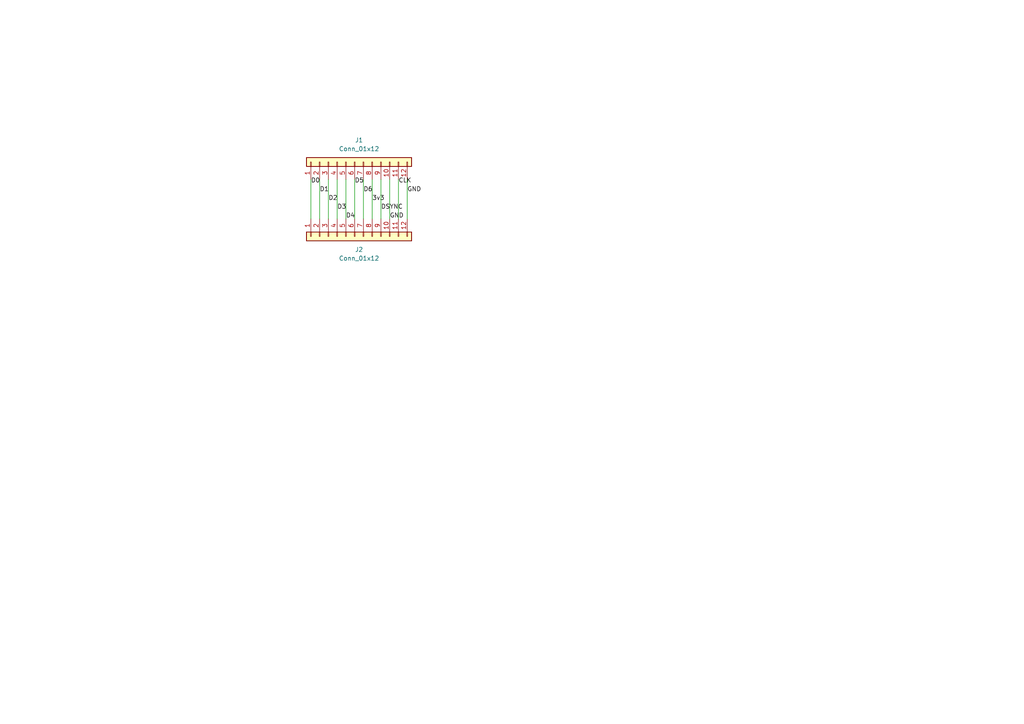
<source format=kicad_sch>
(kicad_sch (version 20230121) (generator eeschema)
  (paper "A4")
  (lib_symbols
    (symbol "Connector_Generic:Conn_01x12" (pin_names (offset 1.016) hide)
      (property "Reference" "J" (at 0 15.24 0))
      (property "Value" "Conn_01x12" (at 0 -17.78 0))
      (symbol "Conn_01x12_1_1"
        (rectangle (start -1.27 -15.113) (end 0 -15.367) (stroke (width 0.1524)))
        (rectangle (start -1.27 -12.573) (end 0 -12.827) (stroke (width 0.1524)))
        (rectangle (start -1.27 -10.033) (end 0 -10.287) (stroke (width 0.1524)))
        (rectangle (start -1.27 -7.493) (end 0 -7.747) (stroke (width 0.1524)))
        (rectangle (start -1.27 -4.953) (end 0 -5.207) (stroke (width 0.1524)))
        (rectangle (start -1.27 -2.413) (end 0 -2.667) (stroke (width 0.1524)))
        (rectangle (start -1.27 0.127) (end 0 -0.127) (stroke (width 0.1524)))
        (rectangle (start -1.27 2.667) (end 0 2.413) (stroke (width 0.1524)))
        (rectangle (start -1.27 5.207) (end 0 4.953) (stroke (width 0.1524)))
        (rectangle (start -1.27 7.747) (end 0 7.493) (stroke (width 0.1524)))
        (rectangle (start -1.27 10.287) (end 0 10.033) (stroke (width 0.1524)))
        (rectangle (start -1.27 12.827) (end 0 12.573) (stroke (width 0.1524)))
        (rectangle (start -1.27 13.97) (end 1.27 -16.51) (stroke (width 0.254)) (fill (type background)))
        (pin passive line (at -5.08 12.7 0) (length 3.81) (name "Pin_1") (number "1"))
        (pin passive line (at -5.08 -10.16 0) (length 3.81) (name "Pin_10") (number "10"))
        (pin passive line (at -5.08 -12.7 0) (length 3.81) (name "Pin_11") (number "11"))
        (pin passive line (at -5.08 -15.24 0) (length 3.81) (name "Pin_12") (number "12"))
        (pin passive line (at -5.08 10.16 0) (length 3.81) (name "Pin_2") (number "2"))
        (pin passive line (at -5.08 7.62 0) (length 3.81) (name "Pin_3") (number "3"))
        (pin passive line (at -5.08 5.08 0) (length 3.81) (name "Pin_4") (number "4"))
        (pin passive line (at -5.08 2.54 0) (length 3.81) (name "Pin_5") (number "5"))
        (pin passive line (at -5.08 0 0) (length 3.81) (name "Pin_6") (number "6"))
        (pin passive line (at -5.08 -2.54 0) (length 3.81) (name "Pin_7") (number "7"))
        (pin passive line (at -5.08 -5.08 0) (length 3.81) (name "Pin_8") (number "8"))
        (pin passive line (at -5.08 -7.62 0) (length 3.81) (name "Pin_9") (number "9"))
      )
    )
  )
  (wire (pts (xy 105.41 52.07) (xy 105.41 63.5)))
  (wire (pts (xy 102.87 52.07) (xy 102.87 63.5)))
  (wire (pts (xy 107.95 52.07) (xy 107.95 63.5)))
  (wire (pts (xy 110.49 52.07) (xy 110.49 63.5)))
  (wire (pts (xy 92.71 52.07) (xy 92.71 63.5)))
  (wire (pts (xy 95.25 52.07) (xy 95.25 63.5)))
  (wire (pts (xy 90.17 52.07) (xy 90.17 63.5)))
  (wire (pts (xy 97.79 52.07) (xy 97.79 63.5)))
  (wire (pts (xy 115.57 52.07) (xy 115.57 63.5)))
  (wire (pts (xy 118.11 52.07) (xy 118.11 63.5)))
  (wire (pts (xy 100.33 52.07) (xy 100.33 63.5)))
  (wire (pts (xy 113.03 52.07) (xy 113.03 63.5)))
  (label "D4" (at 100.33 63.5 0))
  (label "D5" (at 102.87 53.34 0))
  (label "D2" (at 95.25 58.42 0))
  (label "D3" (at 97.79 60.96 0))
  (label "DSYNC" (at 110.49 60.96 0))
  (label "GND" (at 113.03 63.5 0))
  (label "D0" (at 90.17 53.34 0))
  (label "GND" (at 118.11 55.88 0))
  (label "CLK" (at 115.57 53.34 0))
  (label "3v3" (at 107.95 58.42 0))
  (label "D1" (at 92.71 55.88 0))
  (label "D6" (at 105.41 55.88 0))
  (symbol (lib_id "Connector_Generic:Conn_01x12") (at 102.87 46.99 90) (unit 1)
    (property "Reference" "J1" (at 104.14 40.64 90))
    (property "Value" "Conn_01x12" (at 104.14 43.18 90))
    (property "Footprint" "Andys-Footprints:EdgeConnector_1x12_P1.27mm_SMD" (effects hide))
  )
  (symbol (lib_id "Connector_Generic:Conn_01x12") (at 102.87 68.58 90) (mirror x) (unit 1)
    (property "Reference" "J2" (at 104.14 72.39 90))
    (property "Value" "Conn_01x12" (at 104.14 74.93 90))
    (property "Footprint" "Connector_PinHeader_2.00mm:PinHeader_1x12_P2.00mm_Vertical_SMD_Pin1Left" (effects hide))
  )
)
</source>
